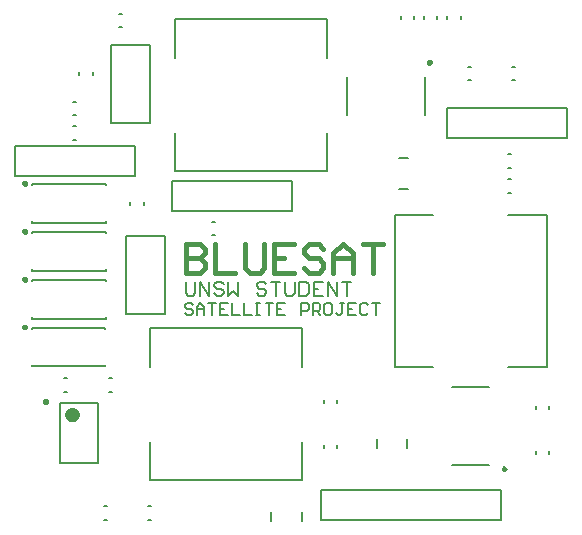
<source format=gto>
%FSTAX23Y23*%
%MOIN*%
%SFA1B1*%

%IPPOS*%
%ADD36C,0.009843*%
%ADD37C,0.023622*%
%ADD38C,0.007874*%
%ADD39C,0.017717*%
%LNv2-1*%
%LPD*%
G54D36*
X02098Y0426D02*
D01*
X02098Y04261*
X02098Y04261*
X02098Y04261*
X02098Y04262*
X02097Y04262*
X02097Y04262*
X02097Y04263*
X02097Y04263*
X02097Y04263*
X02097Y04264*
X02096Y04264*
X02096Y04264*
X02096Y04264*
X02096Y04265*
X02095Y04265*
X02095Y04265*
X02095Y04265*
X02094Y04265*
X02094Y04265*
X02094Y04265*
X02093Y04265*
X02093Y04265*
X02093*
X02092Y04265*
X02092Y04265*
X02092Y04265*
X02091Y04265*
X02091Y04265*
X02091Y04265*
X0209Y04265*
X0209Y04265*
X0209Y04264*
X0209Y04264*
X02089Y04264*
X02089Y04264*
X02089Y04263*
X02089Y04263*
X02089Y04263*
X02088Y04262*
X02088Y04262*
X02088Y04262*
X02088Y04261*
X02088Y04261*
X02088Y04261*
X02088Y0426*
X02088Y0426*
X02088Y0426*
X02088Y04259*
X02088Y04259*
X02088Y04259*
X02088Y04258*
X02089Y04258*
X02089Y04258*
X02089Y04258*
X02089Y04257*
X02089Y04257*
X0209Y04257*
X0209Y04257*
X0209Y04256*
X0209Y04256*
X02091Y04256*
X02091Y04256*
X02091Y04256*
X02092Y04256*
X02092Y04256*
X02092Y04256*
X02093Y04256*
X02093*
X02093Y04256*
X02094Y04256*
X02094Y04256*
X02094Y04256*
X02095Y04256*
X02095Y04256*
X02095Y04256*
X02096Y04256*
X02096Y04257*
X02096Y04257*
X02096Y04257*
X02097Y04257*
X02097Y04258*
X02097Y04258*
X02097Y04258*
X02097Y04258*
X02097Y04259*
X02098Y04259*
X02098Y04259*
X02098Y0426*
X02098Y0426*
X02098Y0426*
Y041D02*
D01*
X02098Y04101*
X02098Y04101*
X02098Y04101*
X02098Y04102*
X02097Y04102*
X02097Y04102*
X02097Y04103*
X02097Y04103*
X02097Y04103*
X02097Y04104*
X02096Y04104*
X02096Y04104*
X02096Y04104*
X02096Y04105*
X02095Y04105*
X02095Y04105*
X02095Y04105*
X02094Y04105*
X02094Y04105*
X02094Y04105*
X02093Y04105*
X02093Y04105*
X02093*
X02092Y04105*
X02092Y04105*
X02092Y04105*
X02091Y04105*
X02091Y04105*
X02091Y04105*
X0209Y04105*
X0209Y04105*
X0209Y04104*
X0209Y04104*
X02089Y04104*
X02089Y04104*
X02089Y04103*
X02089Y04103*
X02089Y04103*
X02088Y04102*
X02088Y04102*
X02088Y04102*
X02088Y04101*
X02088Y04101*
X02088Y04101*
X02088Y041*
X02088Y041*
X02088Y041*
X02088Y04099*
X02088Y04099*
X02088Y04099*
X02088Y04098*
X02089Y04098*
X02089Y04098*
X02089Y04098*
X02089Y04097*
X02089Y04097*
X0209Y04097*
X0209Y04097*
X0209Y04096*
X0209Y04096*
X02091Y04096*
X02091Y04096*
X02091Y04096*
X02092Y04096*
X02092Y04096*
X02092Y04096*
X02093Y04096*
X02093*
X02093Y04096*
X02094Y04096*
X02094Y04096*
X02094Y04096*
X02095Y04096*
X02095Y04096*
X02095Y04096*
X02096Y04096*
X02096Y04097*
X02096Y04097*
X02096Y04097*
X02097Y04097*
X02097Y04098*
X02097Y04098*
X02097Y04098*
X02097Y04098*
X02097Y04099*
X02098Y04099*
X02098Y04099*
X02098Y041*
X02098Y041*
X02098Y041*
Y0394D02*
D01*
X02098Y03941*
X02098Y03941*
X02098Y03941*
X02098Y03942*
X02097Y03942*
X02097Y03942*
X02097Y03943*
X02097Y03943*
X02097Y03943*
X02097Y03944*
X02096Y03944*
X02096Y03944*
X02096Y03944*
X02096Y03945*
X02095Y03945*
X02095Y03945*
X02095Y03945*
X02094Y03945*
X02094Y03945*
X02094Y03945*
X02093Y03945*
X02093Y03945*
X02093*
X02092Y03945*
X02092Y03945*
X02092Y03945*
X02091Y03945*
X02091Y03945*
X02091Y03945*
X0209Y03945*
X0209Y03945*
X0209Y03944*
X0209Y03944*
X02089Y03944*
X02089Y03944*
X02089Y03943*
X02089Y03943*
X02089Y03943*
X02088Y03942*
X02088Y03942*
X02088Y03942*
X02088Y03941*
X02088Y03941*
X02088Y03941*
X02088Y0394*
X02088Y0394*
X02088Y0394*
X02088Y03939*
X02088Y03939*
X02088Y03939*
X02088Y03938*
X02089Y03938*
X02089Y03938*
X02089Y03938*
X02089Y03937*
X02089Y03937*
X0209Y03937*
X0209Y03937*
X0209Y03936*
X0209Y03936*
X02091Y03936*
X02091Y03936*
X02091Y03936*
X02092Y03936*
X02092Y03936*
X02092Y03936*
X02093Y03936*
X02093*
X02093Y03936*
X02094Y03936*
X02094Y03936*
X02094Y03936*
X02095Y03936*
X02095Y03936*
X02095Y03936*
X02096Y03936*
X02096Y03937*
X02096Y03937*
X02096Y03937*
X02097Y03937*
X02097Y03938*
X02097Y03938*
X02097Y03938*
X02097Y03938*
X02097Y03939*
X02098Y03939*
X02098Y03939*
X02098Y0394*
X02098Y0394*
X02098Y0394*
X02097Y03781D02*
D01*
X02097Y03782*
X02097Y03782*
X02097Y03782*
X02097Y03783*
X02096Y03783*
X02096Y03783*
X02096Y03784*
X02096Y03784*
X02096Y03784*
X02096Y03785*
X02095Y03785*
X02095Y03785*
X02095Y03785*
X02095Y03786*
X02094Y03786*
X02094Y03786*
X02094Y03786*
X02093Y03786*
X02093Y03786*
X02093Y03786*
X02092Y03786*
X02092Y03786*
X02092*
X02091Y03786*
X02091Y03786*
X02091Y03786*
X0209Y03786*
X0209Y03786*
X0209Y03786*
X02089Y03786*
X02089Y03786*
X02089Y03785*
X02089Y03785*
X02088Y03785*
X02088Y03785*
X02088Y03784*
X02088Y03784*
X02088Y03784*
X02087Y03783*
X02087Y03783*
X02087Y03783*
X02087Y03782*
X02087Y03782*
X02087Y03782*
X02087Y03781*
X02087Y03781*
X02087Y03781*
X02087Y0378*
X02087Y0378*
X02087Y0378*
X02087Y03779*
X02088Y03779*
X02088Y03779*
X02088Y03779*
X02088Y03778*
X02088Y03778*
X02089Y03778*
X02089Y03778*
X02089Y03777*
X02089Y03777*
X0209Y03777*
X0209Y03777*
X0209Y03777*
X02091Y03777*
X02091Y03777*
X02091Y03777*
X02092Y03777*
X02092*
X02092Y03777*
X02093Y03777*
X02093Y03777*
X02093Y03777*
X02094Y03777*
X02094Y03777*
X02094Y03777*
X02095Y03777*
X02095Y03778*
X02095Y03778*
X02095Y03778*
X02096Y03778*
X02096Y03779*
X02096Y03779*
X02096Y03779*
X02096Y03779*
X02096Y0378*
X02097Y0378*
X02097Y0378*
X02097Y03781*
X02097Y03781*
X02097Y03781*
X02167Y03534D02*
D01*
X02167Y03534*
X02167Y03534*
X02167Y03535*
X02167Y03535*
X02167Y03535*
X02167Y03536*
X02167Y03536*
X02166Y03536*
X02166Y03537*
X02166Y03537*
X02166Y03537*
X02166Y03537*
X02165Y03538*
X02165Y03538*
X02165Y03538*
X02164Y03538*
X02164Y03538*
X02164Y03538*
X02163Y03539*
X02163Y03539*
X02163Y03539*
X02162Y03539*
X02162*
X02162Y03539*
X02161Y03539*
X02161Y03539*
X02161Y03538*
X0216Y03538*
X0216Y03538*
X0216Y03538*
X0216Y03538*
X02159Y03538*
X02159Y03537*
X02159Y03537*
X02159Y03537*
X02158Y03537*
X02158Y03536*
X02158Y03536*
X02158Y03536*
X02158Y03535*
X02158Y03535*
X02157Y03535*
X02157Y03534*
X02157Y03534*
X02157Y03534*
X02157Y03533*
X02157Y03533*
X02157Y03533*
X02158Y03532*
X02158Y03532*
X02158Y03532*
X02158Y03532*
X02158Y03531*
X02158Y03531*
X02159Y03531*
X02159Y0353*
X02159Y0353*
X02159Y0353*
X0216Y0353*
X0216Y0353*
X0216Y03529*
X0216Y03529*
X02161Y03529*
X02161Y03529*
X02161Y03529*
X02162Y03529*
X02162Y03529*
X02162*
X02163Y03529*
X02163Y03529*
X02163Y03529*
X02164Y03529*
X02164Y03529*
X02164Y03529*
X02165Y0353*
X02165Y0353*
X02165Y0353*
X02166Y0353*
X02166Y0353*
X02166Y03531*
X02166Y03531*
X02166Y03531*
X02167Y03532*
X02167Y03532*
X02167Y03532*
X02167Y03532*
X02167Y03533*
X02167Y03533*
X02167Y03533*
X02167Y03534*
X03696Y03309D02*
D01*
X03696Y03309*
X03696Y03309*
X03696Y0331*
X03695Y0331*
X03695Y0331*
X03695Y03311*
X03695Y03311*
X03695Y03311*
X03695Y03312*
X03694Y03312*
X03694Y03312*
X03694Y03312*
X03694Y03313*
X03693Y03313*
X03693Y03313*
X03693Y03313*
X03693Y03313*
X03692Y03313*
X03692Y03314*
X03692Y03314*
X03691Y03314*
X03691Y03314*
X03691*
X0369Y03314*
X0369Y03314*
X0369Y03314*
X03689Y03313*
X03689Y03313*
X03689Y03313*
X03688Y03313*
X03688Y03313*
X03688Y03313*
X03687Y03312*
X03687Y03312*
X03687Y03312*
X03687Y03312*
X03687Y03311*
X03686Y03311*
X03686Y03311*
X03686Y0331*
X03686Y0331*
X03686Y0331*
X03686Y03309*
X03686Y03309*
X03686Y03309*
X03686Y03308*
X03686Y03308*
X03686Y03308*
X03686Y03307*
X03686Y03307*
X03686Y03307*
X03686Y03306*
X03687Y03306*
X03687Y03306*
X03687Y03306*
X03687Y03305*
X03687Y03305*
X03688Y03305*
X03688Y03305*
X03688Y03305*
X03689Y03304*
X03689Y03304*
X03689Y03304*
X0369Y03304*
X0369Y03304*
X0369Y03304*
X03691Y03304*
X03691*
X03691Y03304*
X03692Y03304*
X03692Y03304*
X03692Y03304*
X03693Y03304*
X03693Y03304*
X03693Y03305*
X03693Y03305*
X03694Y03305*
X03694Y03305*
X03694Y03305*
X03694Y03306*
X03695Y03306*
X03695Y03306*
X03695Y03306*
X03695Y03307*
X03695Y03307*
X03695Y03307*
X03696Y03308*
X03696Y03308*
X03696Y03308*
X03696Y03309*
X03446Y04665D02*
D01*
X03446Y04665*
X03446Y04665*
X03446Y04666*
X03446Y04666*
X03446Y04666*
X03446Y04667*
X03446Y04667*
X03445Y04667*
X03445Y04668*
X03445Y04668*
X03445Y04668*
X03444Y04668*
X03444Y04669*
X03444Y04669*
X03444Y04669*
X03443Y04669*
X03443Y04669*
X03443Y04669*
X03442Y04669*
X03442Y0467*
X03442Y0467*
X03441Y0467*
X03441*
X03441Y0467*
X0344Y0467*
X0344Y04669*
X0344Y04669*
X03439Y04669*
X03439Y04669*
X03439Y04669*
X03438Y04669*
X03438Y04669*
X03438Y04668*
X03438Y04668*
X03437Y04668*
X03437Y04668*
X03437Y04667*
X03437Y04667*
X03437Y04667*
X03437Y04666*
X03436Y04666*
X03436Y04666*
X03436Y04665*
X03436Y04665*
X03436Y04665*
X03436Y04664*
X03436Y04664*
X03436Y04664*
X03436Y04663*
X03437Y04663*
X03437Y04663*
X03437Y04662*
X03437Y04662*
X03437Y04662*
X03437Y04662*
X03438Y04661*
X03438Y04661*
X03438Y04661*
X03438Y04661*
X03439Y0466*
X03439Y0466*
X03439Y0466*
X0344Y0466*
X0344Y0466*
X0344Y0466*
X03441Y0466*
X03441Y0466*
X03441*
X03442Y0466*
X03442Y0466*
X03442Y0466*
X03443Y0466*
X03443Y0466*
X03443Y0466*
X03444Y0466*
X03444Y04661*
X03444Y04661*
X03444Y04661*
X03445Y04661*
X03445Y04662*
X03445Y04662*
X03445Y04662*
X03446Y04662*
X03446Y04663*
X03446Y04663*
X03446Y04663*
X03446Y04664*
X03446Y04664*
X03446Y04664*
X03446Y04665*
G54D37*
X02263Y0349D02*
D01*
X02263Y0349*
X02263Y03491*
X02262Y03492*
X02262Y03493*
X02262Y03494*
X02262Y03494*
X02261Y03495*
X02261Y03496*
X0226Y03496*
X0226Y03497*
X02259Y03498*
X02259Y03498*
X02258Y03499*
X02257Y03499*
X02257Y035*
X02256Y035*
X02255Y035*
X02255Y03501*
X02254Y03501*
X02253Y03501*
X02252Y03501*
X02251Y03501*
X0225*
X0225Y03501*
X02249Y03501*
X02248Y03501*
X02247Y03501*
X02246Y035*
X02246Y035*
X02245Y035*
X02244Y03499*
X02244Y03499*
X02243Y03498*
X02242Y03498*
X02242Y03497*
X02241Y03496*
X02241Y03496*
X0224Y03495*
X0224Y03494*
X0224Y03494*
X0224Y03493*
X02239Y03492*
X02239Y03491*
X02239Y0349*
X02239Y0349*
X02239Y03489*
X02239Y03488*
X02239Y03487*
X0224Y03486*
X0224Y03485*
X0224Y03485*
X0224Y03484*
X02241Y03483*
X02241Y03483*
X02242Y03482*
X02242Y03481*
X02243Y03481*
X02244Y0348*
X02244Y0348*
X02245Y03479*
X02246Y03479*
X02246Y03479*
X02247Y03478*
X02248Y03478*
X02249Y03478*
X0225Y03478*
X0225Y03478*
X02251*
X02252Y03478*
X02253Y03478*
X02254Y03478*
X02255Y03478*
X02255Y03479*
X02256Y03479*
X02257Y03479*
X02257Y0348*
X02258Y0348*
X02259Y03481*
X02259Y03481*
X0226Y03482*
X0226Y03483*
X02261Y03483*
X02261Y03484*
X02262Y03485*
X02262Y03485*
X02262Y03486*
X02262Y03487*
X02263Y03488*
X02263Y03489*
X02263Y0349*
G54D38*
X03266Y03377D02*
Y03408D01*
X03369Y03377D02*
Y03408D01*
X03135Y03527D02*
Y03538D01*
X0309Y03527D02*
Y03538D01*
X03704Y0423D02*
X03715D01*
X03704Y04275D02*
X03715D01*
X03704Y04313D02*
X03715D01*
X03704Y04358D02*
X03715D01*
X03705Y04154D02*
X03833D01*
X03705Y03647D02*
X03833D01*
X03326Y04154D02*
X03455D01*
X03326Y03647D02*
X03455D01*
X03833D02*
Y04154D01*
X03326Y03647D02*
Y04154D01*
X03346Y04809D02*
Y0482D01*
X03391Y04809D02*
Y0482D01*
X03547Y04809D02*
Y0482D01*
X03502Y04809D02*
Y0482D01*
X03424Y04809D02*
Y0482D01*
X03469Y04809D02*
Y0482D01*
X02406Y04781D02*
X02417D01*
X02406Y04826D02*
X02417D01*
X02595Y0468D02*
Y04808D01*
X03102Y0468D02*
Y04808D01*
X02595Y04301D02*
Y0443D01*
X03102Y04301D02*
Y0443D01*
X02595Y04808D02*
X03102D01*
X02595Y04301D02*
X03102D01*
X02382Y04461D02*
Y04721D01*
Y04461D02*
X02512D01*
Y04721*
X02382D02*
X02512D01*
X03135Y03379D02*
Y0339D01*
X0309Y03379D02*
Y0339D01*
X02373Y03566D02*
X02384D01*
X02373Y03611D02*
X02384D01*
X03081Y03239D02*
X03681D01*
X03081Y03139D02*
X03681D01*
Y03239*
X03081Y03139D02*
Y03239D01*
X02461Y04284D02*
Y04384D01*
X02061Y04284D02*
X02461D01*
X02061Y04384D02*
X02461D01*
X02061Y04284D02*
Y04384D01*
X03502Y04411D02*
Y04511D01*
X03902*
X03502Y04411D02*
X03902D01*
Y04511*
X02584Y0417D02*
Y0427D01*
X02984*
X02584Y0417D02*
X02984D01*
Y0427*
X02224Y03566D02*
X02235D01*
X02224Y03611D02*
X02235D01*
X02914Y03135D02*
Y03166D01*
X03017Y03135D02*
Y03166D01*
X02511Y0365D02*
Y03778D01*
X03018Y0365D02*
Y03778D01*
X02511Y03271D02*
Y034D01*
X03018Y03271D02*
Y034D01*
X02511Y03778D02*
X03018D01*
X02511Y03271D02*
X03018D01*
X02118Y04259D02*
X02363D01*
X02118Y0413D02*
X02363D01*
X02118Y04255D02*
Y04259D01*
X02363Y04255D02*
Y04259D01*
X02118Y0413D02*
Y04134D01*
X02363Y0413D02*
Y04134D01*
X02118Y04099D02*
X02363D01*
X02118Y0397D02*
X02363D01*
X02118Y04095D02*
Y04099D01*
X02363Y04095D02*
Y04099D01*
X02118Y0397D02*
Y03974D01*
X02363Y0397D02*
Y03974D01*
X02118Y03939D02*
X02363D01*
X02118Y0381D02*
X02363D01*
X02118Y03935D02*
Y03939D01*
X02363Y03935D02*
Y03939D01*
X02118Y0381D02*
Y03814D01*
X02363Y0381D02*
Y03814D01*
X02117Y0378D02*
X02362D01*
X02117Y03651D02*
X02362D01*
X02117Y03776D02*
Y0378D01*
X02362Y03776D02*
Y0378D01*
X02117Y03651D02*
Y03655D01*
X02362Y03651D02*
Y03655D01*
X02562Y03825D02*
Y04085D01*
X02432D02*
X02562D01*
X02432Y03825D02*
Y04085D01*
Y03825D02*
X02562D01*
X0334Y04241D02*
X03371D01*
X0334Y04344D02*
X03371D01*
X03796Y03359D02*
Y0337D01*
X03841Y03359D02*
Y0337D01*
X03796Y03507D02*
Y03518D01*
X03841Y03507D02*
Y03518D01*
X02212Y03328D02*
Y03529D01*
X02337Y03328D02*
Y03529D01*
X02212D02*
X02337D01*
X02212Y03328D02*
X02337D01*
X02253Y04532D02*
X02264D01*
X02253Y04487D02*
X02264D01*
X02253Y04451D02*
X02264D01*
X02253Y04406D02*
X02264D01*
X02275Y04621D02*
Y04632D01*
X0232Y04621D02*
Y04632D01*
X03516Y03323D02*
X03641D01*
X03516Y03582D02*
X03641D01*
X03427Y0449D02*
Y04615D01*
X03168Y0449D02*
Y04615D01*
X02356Y0314D02*
X02367D01*
X02356Y03185D02*
X02367D01*
X0249Y04187D02*
Y04198D01*
X02445Y04187D02*
Y04198D01*
X03571Y04605D02*
X03582D01*
X03571Y0465D02*
X03582D01*
X02503Y03185D02*
X02514D01*
X02503Y0314D02*
X02514D01*
X02717Y04088D02*
X02728D01*
X02717Y04133D02*
X02728D01*
X03718Y0465D02*
X03729D01*
X03718Y04605D02*
X03729D01*
X02631Y03933D02*
Y03894D01*
X02638Y03886*
X02654*
X02662Y03894*
Y03933*
X02678Y03886D02*
Y03933D01*
X02709Y03886*
Y03933*
X02757Y03925D02*
X02749Y03933D01*
X02733*
X02725Y03925*
Y03917*
X02733Y03909*
X02749*
X02757Y03901*
Y03894*
X02749Y03886*
X02733*
X02725Y03894*
X02772Y03933D02*
Y03886D01*
X02788Y03901*
X02804Y03886*
Y03933*
X02898Y03925D02*
X0289Y03933D01*
X02875*
X02867Y03925*
Y03917*
X02875Y03909*
X0289*
X02898Y03901*
Y03894*
X0289Y03886*
X02875*
X02867Y03894*
X02914Y03933D02*
X02945D01*
X0293*
Y03886*
X02961Y03933D02*
Y03894D01*
X02969Y03886*
X02985*
X02993Y03894*
Y03933*
X03008D02*
Y03886D01*
X03032*
X0304Y03894*
Y03925*
X03032Y03933*
X03008*
X03087D02*
X03056D01*
Y03886*
X03087*
X03056Y03909D02*
X03071D01*
X03103Y03886D02*
Y03933D01*
X03134Y03886*
Y03933*
X0315D02*
X03182D01*
X03166*
Y03886*
X02653Y03854D02*
X02646Y03861D01*
X02633*
X02627Y03854*
Y03848*
X02633Y03841*
X02646*
X02653Y03835*
Y03828*
X02646Y03822*
X02633*
X02627Y03828*
X02666Y03822D02*
Y03848D01*
X02679Y03861*
X02692Y03848*
Y03822*
Y03841*
X02666*
X02705Y03861D02*
X02732D01*
X02719*
Y03822*
X02771Y03861D02*
X02745D01*
Y03822*
X02771*
X02745Y03841D02*
X02758D01*
X02784Y03861D02*
Y03822D01*
X0281*
X02823Y03861D02*
Y03822D01*
X0285*
X02863Y03861D02*
X02876D01*
X02869*
Y03822*
X02863*
X02876*
X02896Y03861D02*
X02922D01*
X02909*
Y03822*
X02961Y03861D02*
X02935D01*
Y03822*
X02961*
X02935Y03841D02*
X02948D01*
X03014Y03822D02*
Y03861D01*
X03033*
X0304Y03854*
Y03841*
X03033Y03835*
X03014*
X03053Y03822D02*
Y03861D01*
X03073*
X03079Y03854*
Y03841*
X03073Y03835*
X03053*
X03066D02*
X03079Y03822D01*
X03112Y03861D02*
X03099D01*
X03092Y03854*
Y03828*
X03099Y03822*
X03112*
X03119Y03828*
Y03854*
X03112Y03861*
X03158D02*
X03145D01*
X03151*
Y03828*
X03145Y03822*
X03138*
X03132Y03828*
X03197Y03861D02*
X03171D01*
Y03822*
X03197*
X03171Y03841D02*
X03184D01*
X03237Y03854D02*
X0323Y03861D01*
X03217*
X0321Y03854*
Y03828*
X03217Y03822*
X0323*
X03237Y03828*
X0325Y03861D02*
X03276D01*
X03263*
Y03822*
G54D39*
X0263Y0406D02*
Y03961D01*
X02679*
X02695Y03978*
Y03994*
X02679Y04011*
X0263*
X02679*
X02695Y04027*
Y04043*
X02679Y0406*
X0263*
X02728D02*
Y03961D01*
X02794*
X02827Y0406D02*
Y03978D01*
X02843Y03961*
X02876*
X02892Y03978*
Y0406*
X02991D02*
X02925D01*
Y03961*
X02991*
X02925Y04011D02*
X02958D01*
X03089Y04043D02*
X03073Y0406D01*
X0304*
X03023Y04043*
Y04027*
X0304Y04011*
X03073*
X03089Y03994*
Y03978*
X03073Y03961*
X0304*
X03023Y03978*
X03122Y03961D02*
Y04027D01*
X03155Y0406*
X03187Y04027*
Y03961*
Y04011*
X03122*
X0322Y0406D02*
X03286D01*
X03253*
Y03961*
M02*
</source>
